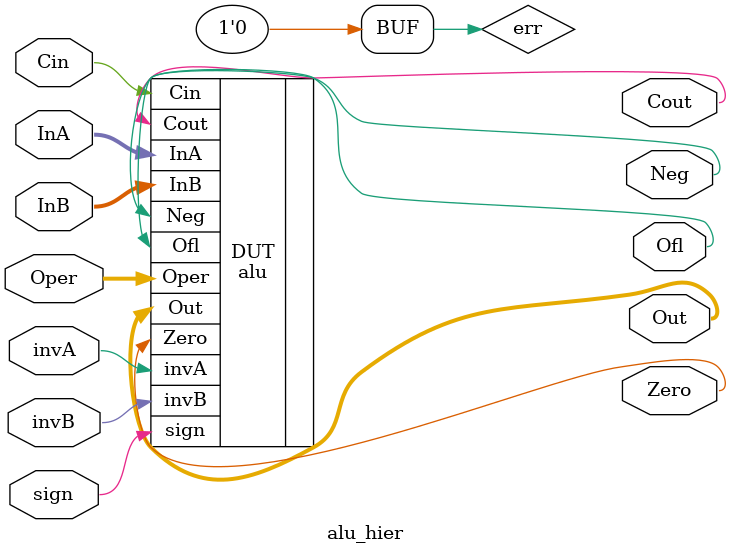
<source format=v>
/*
    CS/ECE 552 Spring '22
    Homework #2, Problem 2

    A wrapper for a multi-bit ALU module combined with clkrst.
*/
module alu_hier(InA, InB, Cin, Oper, invA, invB, sign, Out, Zero, Ofl, Cout, Neg);

    // declare constant for size of inputs, outputs, and operations
    parameter OPERAND_WIDTH = 16;    
    parameter NUM_OPERATIONS = 3;
       
    input  [OPERAND_WIDTH -1:0] InA ; // Input operand A
    input  [OPERAND_WIDTH -1:0] InB ; // Input operand B
    input                       Cin ; // Carry in
    input  [NUM_OPERATIONS-1:0] Oper; // Operation type
    input                       invA; // Signal to invert A
    input                       invB; // Signal to invert B
    input                       sign; // Signal for signed operation
    output [OPERAND_WIDTH -1:0] Out ; // Result of computation
    output                      Zero; // Signal if Out is 0
    output                      Ofl ; // Signal if overflow occured
    output                      Cout;
    output                      Neg;


    // clkrst signals
    wire clk;
    wire rst;
    wire err;

    assign err = 1'b0;

    alu #(.OPERAND_WIDTH(OPERAND_WIDTH),
          .NUM_OPERATIONS(NUM_OPERATIONS)) 
        DUT (// Outputs
             .Out(Out),
             .Ofl(Ofl), 
             .Zero(Zero),
             .Cout(Cout),
             .Neg(Neg),
             // Inputs
             .InA(InA), 
             .InB(InB), 
             .Cin(Cin), 
             .Oper(Oper), 
             .invA(invA), 
             .invB(invB), 
             .sign(sign));
   
    clkrst c0(// Outputs
              .clk                       (clk),
              .rst                       (rst),
              // Inputs
              .err                       (err)
              );

endmodule // alu_hier

</source>
